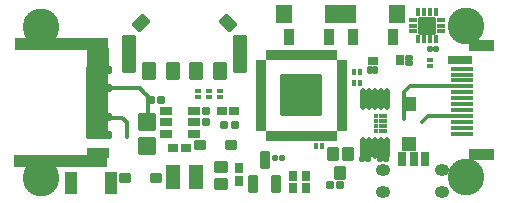
<source format=gts>
G04 Layer: TopSolderMaskLayer*
G04 EasyEDA Pro v2.2.20.11, 2024-05-07 19:26:09*
G04 Gerber Generator version 0.3*
G04 Scale: 100 percent, Rotated: No, Reflected: No*
G04 Dimensions in millimeters*
G04 Leading zeros omitted, absolute positions, 3 integers and 5 decimals*
%FSLAX35Y35*%
%MOMM*%
%AMRoundRect*1,1,$1,$2,$3*1,1,$1,$4,$5*1,1,$1,0-$2,0-$3*1,1,$1,0-$4,0-$5*20,1,$1,$2,$3,$4,$5,0*20,1,$1,$4,$5,0-$2,0-$3,0*20,1,$1,0-$2,0-$3,0-$4,0-$5,0*20,1,$1,0-$4,0-$5,$2,$3,0*4,1,4,$2,$3,$4,$5,0-$2,0-$3,0-$4,0-$5,$2,$3,0*%
%ADD10C,0.3*%
%ADD11C,3.10159*%
%ADD12C,0.4032*%
%ADD13RoundRect,0.1403X-0.25646X0.15646X0.25646X0.15646*%
%ADD14RoundRect,0.15499X0.24911X-0.37411X-0.24911X-0.37411*%
%ADD15RoundRect,0.1403X0.15646X0.25646X0.15646X-0.25646*%
%ADD16RoundRect,0.15499X-0.37411X-0.24911X-0.37411X0.24911*%
%ADD17RoundRect,0.17159X-0.4658X1.5158X0.4658X1.5158*%
%ADD18RoundRect,0.17384X-0.51468X0.66468X0.51468X0.66468*%
%ADD19RoundRect,0.16897X-0.73131X-0.14142X0.14142X0.73131*%
%ADD20RoundRect,0.16897X-0.14142X0.73131X0.73131X-0.14142*%
%ADD21RoundRect,0.16217X-0.32051X-0.62051X-0.32051X0.62051*%
%ADD22RoundRect,0.1775X0.61285X0.66285X0.61285X-0.66285*%
%ADD23RoundRect,0.08121X0.17219X0.16176X0.17219X-0.16176*%
%ADD24RoundRect,0.08121X0.16176X-0.17219X-0.16176X-0.17219*%
%ADD25RoundRect,0.08771X0.28977X-0.27695X-0.28977X-0.27695*%
%ADD26RoundRect,0.08771X0.27695X0.28977X0.27695X-0.28977*%
%ADD27RoundRect,0.1592X-0.422X0.288X0.422X0.288*%
%ADD28RoundRect,0.09495X-0.67833X-0.70833X-0.67833X0.70833*%
%ADD29RoundRect,0.0929X-0.49622X0.86834X0.49622X0.86834*%
%ADD30RoundRect,0.08771X-0.27695X-0.40199X-0.27695X0.40199*%
%ADD31RoundRect,0.08771X0.40199X-0.27695X-0.40199X-0.27695*%
%ADD32RoundRect,0.16897X-0.46711X-0.41711X-0.46711X0.41711*%
%ADD33RoundRect,0.16588X0.36866X0.64366X0.36866X-0.64366*%
%ADD34RoundRect,0.08202X-0.194X0.17179X0.194X0.17179*%
%ADD35RoundRect,0.08202X0.194X-0.17179X-0.194X-0.17179*%
%ADD36RoundRect,0.14305X-0.17008X0.38008X0.17008X0.38008*%
%ADD37RoundRect,0.14305X-0.38008X0.17008X0.38008X0.17008*%
%ADD38RoundRect,0.19207X-1.65657X1.65657X1.65657X1.65657*%
%ADD39RoundRect,0.08024X-0.26318X-0.15069X-0.26318X0.15069*%
%ADD40RoundRect,0.08024X-0.15069X-0.26318X-0.15069X0.26318*%
%ADD41RoundRect,0.09506X-0.69077X-0.69077X-0.69077X0.69077*%
%ADD42RoundRect,0.1723X-0.54544X-0.48045X-0.54544X0.48045*%
%ADD43O,0.48321X1.82321*%
%ADD44RoundRect,0.16897X0.41711X-0.46711X-0.41711X-0.46711*%
%ADD45RoundRect,0.15765X-0.27278X0.52278X0.27278X0.52278*%
%ADD46O,1.2032X1.0032*%
%ADD47RoundRect,0.08752X-1.00625X-0.30625X-1.00625X0.30625*%
%ADD48RoundRect,0.08002X-0.91X-0.16X-0.91X0.16*%
%ADD49RoundRect,0.08891X-0.45556X0.35556X0.45556X0.35556*%
%ADD50RoundRect,0.08891X0.45556X-0.35556X-0.45556X-0.35556*%
%ADD51RoundRect,0.17384X-0.51468X0.94968X0.51468X0.94968*%
%ADD52RoundRect,0.152X-1.0256X-0.2256X-1.0256X0.2256*%
%ADD53RoundRect,0.1403X-0.88145X-0.15646X-0.88145X0.15646*%
%ADD54RoundRect,0.1403X0.88145X0.15646X0.88145X-0.15646*%
%ADD55RoundRect,0.152X1.0256X0.2256X1.0256X-0.2256*%
%ADD56RoundRect,0.179X0.8621X0.6621X0.8621X-0.6621*%
%ADD57RoundRect,0.16217X-0.87051X-0.32051X-0.87051X0.32051*%
G75*


G04 PolygonModel Start*
G54D10*
G01X2199025Y9448820D02*
G01X2546528Y9448820D01*
G01X2546528Y9448820D02*
G01X2586525Y9408818D01*
G01X2586525Y9408818D02*
G01X2616525Y9378815D01*
G01X2616525Y9378815D02*
G01X2616525Y9128821D01*
G01X2196526Y9198821D02*
G01X2396528Y9198821D01*
G01X2396528Y9198821D02*
G01X2436525Y9158816D01*
G01X2436525Y9158816D02*
G01X2436525Y9038819D01*
G01X5271521Y9213814D02*
G01X4991524Y9213814D01*
G01X4991524Y9213814D02*
G01X4936520Y9158816D01*
G01X5271521Y9463814D02*
G01X4831522Y9463814D01*
G01X4831522Y9463814D02*
G01X4786526Y9418820D01*
G01X4786526Y9418820D02*
G01X4786526Y9188818D01*

G04 Rect Start*
G36*
G01X5332679Y8839530D02*
G01X5332679Y8929700D01*
G01X5542839Y8929700D01*
G01X5542839Y8839530D01*
G01X5332679Y8839530D01*
G37*
G36*
G01X5332679Y9764522D02*
G01X5332679Y9854692D01*
G01X5542839Y9854692D01*
G01X5542839Y9764522D01*
G01X5332679Y9764522D01*
G37*
G36*
G01X1481430Y8778748D02*
G01X1481430Y8878900D01*
G01X2271598Y8878900D01*
G01X2271598Y8778748D01*
G01X1481430Y8778748D01*
G37*
G36*
G01X1491437Y9773742D02*
G01X1491437Y9873894D01*
G01X2281606Y9873894D01*
G01X2281606Y9773742D01*
G01X1491437Y9773742D01*
G37*
G04 Rect End*

G04 Pad Start*
G54D11*
G01X5307762Y9978593D03*
G01X5307762Y8698611D03*
G01X1714525Y9966808D03*
G01X1714500Y8686800D03*
G54D12*
G01X4626508Y9088831D03*
G01X4586529Y9088831D03*
G01X4546524Y9088831D03*
G01X4546524Y9128811D03*
G01X4586529Y9128811D03*
G01X4626508Y9128811D03*
G01X4546524Y9168816D03*
G01X4546524Y9208821D03*
G01X4586529Y9168816D03*
G01X4626508Y9168816D03*
G01X4626508Y9208821D03*
G01X4586529Y9208821D03*
G54D13*
G01X4822901Y9662643D03*
G01X4822901Y9707651D03*
G54D14*
G01X4752899Y9685147D03*
G54D15*
G01X4496524Y9604299D03*
G01X4541533Y9604299D03*
G54D16*
G01X4519028Y9674301D03*
G54D17*
G01X3396513Y9740798D03*
G01X2456536Y9740798D03*
G54D18*
G01X2826487Y9595790D03*
G01X3026486Y9595790D03*
G01X2626512Y9595790D03*
G01X3226511Y9595790D03*
G54D19*
G01X2558517Y10001809D03*
G54D20*
G01X3294532Y10001860D03*
G54D21*
G01X4349013Y9883826D03*
G01X4689018Y9883826D03*
G54D22*
G01X4309034Y10078822D03*
G01X4729023Y10078822D03*
G54D21*
G01X3807013Y9883826D03*
G01X4147017Y9883826D03*
G54D22*
G01X3767033Y10078822D03*
G01X4187022Y10078822D03*
G54D23*
G01X3036519Y9377172D03*
G01X3036519Y9425483D03*
G01X5006515Y9634672D03*
G01X5006515Y9682983D03*
G54D24*
G01X4359877Y9581322D03*
G01X4408188Y9581322D03*
G01X4359877Y9491322D03*
G01X4408188Y9491322D03*
G01X4042377Y8958824D03*
G01X4090688Y8958824D03*
G54D23*
G01X3226519Y9377172D03*
G01X3226519Y9425483D03*
G01X3129879Y9373855D03*
G01X3129879Y9422166D03*
G54D25*
G01X4158234Y8628812D03*
G01X4244797Y8628812D03*
G54D26*
G01X3111508Y9164211D03*
G01X3111508Y9250774D03*
G54D25*
G01X3263435Y9136311D03*
G01X3349998Y9136311D03*
G01X2643236Y9346311D03*
G01X2729799Y9346311D03*
G54D27*
G01X3006522Y9063812D03*
G01X3006522Y9158808D03*
G01X3006522Y9253804D03*
G01X2766517Y9253804D03*
G01X2766517Y9158808D03*
G01X2766517Y9063812D03*
G54D28*
G01X2606523Y9158808D03*
G01X2606523Y8958809D03*
G54D29*
G01X2305710Y8648827D03*
G01X1967332Y8648827D03*
G54D30*
G01X3841521Y8708314D03*
G01X3841521Y8599322D03*
G54D31*
G01X3239529Y9253817D03*
G01X3348520Y9253817D03*
G01X2832029Y8938819D03*
G01X2941020Y8938819D03*
G54D32*
G01X3236519Y8778824D03*
G01X3236519Y8638819D03*
G54D30*
G01X3386531Y8773312D03*
G01X3386531Y8664321D03*
G01X3956530Y8708311D03*
G01X3956530Y8599320D03*
G54D33*
G01X3509035Y8638819D03*
G01X3699027Y8638819D03*
G01X3604031Y8838819D03*
G54D34*
G01X3748938Y8858809D03*
G01X3694100Y8858809D03*
G54D35*
G01X5001605Y9778827D03*
G01X5056444Y9778827D03*
G01X4429107Y8848829D03*
G01X4483946Y8848829D03*
G54D34*
G01X4633935Y8848809D03*
G01X4579097Y8848809D03*
G54D36*
G01X3641522Y9046083D03*
G01X3691534Y9046083D03*
G01X3741522Y9046083D03*
G01X3791534Y9046083D03*
G01X3841521Y9046083D03*
G01X3891534Y9046083D03*
G01X3941521Y9046083D03*
G01X3991534Y9046083D03*
G01X4041521Y9046083D03*
G01X4091534Y9046083D03*
G01X4141521Y9046083D03*
G01X4191533Y9046083D03*
G54D37*
G01X4259275Y9113799D03*
G01X4259275Y9163812D03*
G01X4259275Y9213799D03*
G01X4259275Y9263812D03*
G01X4259275Y9313799D03*
G01X4259275Y9363812D03*
G01X4259275Y9413799D03*
G01X4259275Y9463811D03*
G01X4259275Y9513799D03*
G01X4259275Y9563811D03*
G01X4259275Y9613798D03*
G01X4259275Y9663811D03*
G54D36*
G01X4191533Y9731553D03*
G01X4141521Y9731553D03*
G01X4091534Y9731553D03*
G01X4041521Y9731553D03*
G01X3991534Y9731553D03*
G01X3941521Y9731553D03*
G01X3891534Y9731553D03*
G01X3841521Y9731553D03*
G01X3791534Y9731553D03*
G01X3741522Y9731553D03*
G01X3691534Y9731553D03*
G01X3641522Y9731553D03*
G54D37*
G01X3573780Y9663811D03*
G01X3573780Y9613798D03*
G01X3573780Y9563811D03*
G01X3573780Y9513799D03*
G01X3573780Y9463811D03*
G01X3573780Y9413799D03*
G01X3573780Y9363812D03*
G01X3573780Y9313799D03*
G01X3573780Y9263812D03*
G01X3573780Y9213799D03*
G01X3573780Y9163812D03*
G01X3573780Y9113799D03*
G54D38*
G01X3916528Y9388805D03*
G54D39*
G01X5094275Y9928809D03*
G01X5094275Y9978822D03*
G01X5094275Y10028809D03*
G54D40*
G01X5051527Y10096576D03*
G01X5001514Y10096576D03*
G01X4951527Y10096576D03*
G01X4901514Y10096576D03*
G54D39*
G01X4858766Y10028809D03*
G01X4858766Y9978822D03*
G01X4858766Y9928809D03*
G54D40*
G01X4901514Y9861067D03*
G01X4951527Y9861067D03*
G01X5001514Y9861067D03*
G01X5051527Y9861067D03*
G54D41*
G01X4976520Y9978822D03*
G54D42*
G01X4826533Y8975420D03*
G01X4826533Y9312427D03*
G54D43*
G01X4636516Y9359824D03*
G01X4586503Y9359824D03*
G01X4536516Y9359824D03*
G01X4486504Y9359824D03*
G01X4436516Y9359824D03*
G01X4636516Y8937828D03*
G01X4586503Y8937828D03*
G01X4536516Y8937828D03*
G01X4486504Y8937828D03*
G01X4436516Y8937828D03*
G54D44*
G01X4246517Y8728822D03*
G01X4181518Y8888816D03*
G01X4311515Y8888816D03*
G54D45*
G01X4766473Y8847209D03*
G01X4866472Y8847209D03*
G01X4966472Y8847209D03*
G54D46*
G01X4606467Y8755206D03*
G01X5108478Y8755206D03*
G01X4606467Y8567191D03*
G01X5108478Y8567191D03*
G54D47*
G01X5262728Y9683572D03*
G54D48*
G01X5272786Y9613570D03*
G01X5272786Y9563583D03*
G01X5272786Y9513595D03*
G01X5272786Y9463710D03*
G01X5272786Y9413672D03*
G01X5272786Y9363583D03*
G01X5272786Y9313596D03*
G01X5272786Y9263583D03*
G01X5272786Y9213596D03*
G01X5272786Y9163736D03*
G01X5272786Y9113698D03*
G01X5272786Y9063660D03*
G54D49*
G01X3316529Y8968816D03*
G01X3056534Y8968816D03*
G54D50*
G01X2426520Y8688822D03*
G01X2686515Y8688822D03*
G54D51*
G01X3024024Y8699500D03*
G01X2830125Y8699500D03*
G54D52*
G01X2204161Y9600159D03*
G54D53*
G01X2189175Y9550146D03*
G01X2189175Y9500159D03*
G54D52*
G01X2204187Y9450146D03*
G54D53*
G01X2189201Y9400134D03*
G01X2189201Y9350146D03*
G54D54*
G01X2189201Y9300134D03*
G01X2189201Y9250147D03*
G54D55*
G01X2204212Y9200134D03*
G54D54*
G01X2189226Y9150121D03*
G01X2189226Y9100134D03*
G54D55*
G01X2204237Y9050122D03*
G54D56*
G01X2189988Y9710268D03*
G54D57*
G01X2189988Y8903284D03*
G04 Pad End*

M02*


</source>
